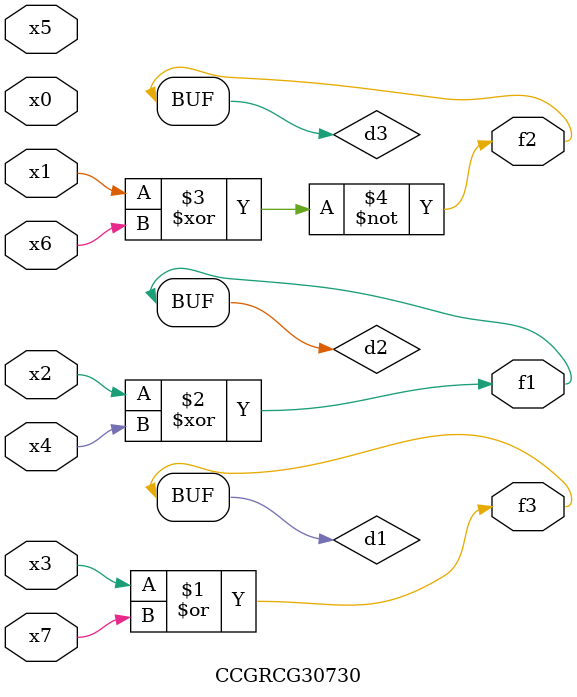
<source format=v>
module CCGRCG30730(
	input x0, x1, x2, x3, x4, x5, x6, x7,
	output f1, f2, f3
);

	wire d1, d2, d3;

	or (d1, x3, x7);
	xor (d2, x2, x4);
	xnor (d3, x1, x6);
	assign f1 = d2;
	assign f2 = d3;
	assign f3 = d1;
endmodule

</source>
